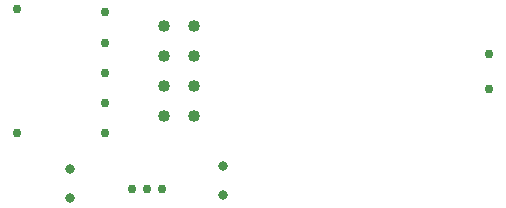
<source format=gbr>
%TF.GenerationSoftware,KiCad,Pcbnew,6.0.11-2627ca5db0~126~ubuntu20.04.1*%
%TF.CreationDate,2024-02-27T12:59:43-06:00*%
%TF.ProjectId,WaterFlowCounter,57617465-7246-46c6-9f77-436f756e7465,rev?*%
%TF.SameCoordinates,Original*%
%TF.FileFunction,Plated,1,2,PTH,Drill*%
%TF.FilePolarity,Positive*%
%FSLAX46Y46*%
G04 Gerber Fmt 4.6, Leading zero omitted, Abs format (unit mm)*
G04 Created by KiCad (PCBNEW 6.0.11-2627ca5db0~126~ubuntu20.04.1) date 2024-02-27 12:59:43*
%MOMM*%
%LPD*%
G01*
G04 APERTURE LIST*
%TA.AperFunction,ComponentDrill*%
%ADD10C,0.750000*%
%TD*%
%TA.AperFunction,ComponentDrill*%
%ADD11C,0.762000*%
%TD*%
%TA.AperFunction,ComponentDrill*%
%ADD12C,0.800000*%
%TD*%
%TA.AperFunction,ComponentDrill*%
%ADD13C,1.016000*%
%TD*%
G04 APERTURE END LIST*
D10*
%TO.C,U2*%
X140222400Y-122547600D03*
X141492400Y-122547600D03*
X142762400Y-122547600D03*
D11*
%TO.C,J1*%
X130472600Y-107261600D03*
X130472600Y-117761600D03*
X137919200Y-107522800D03*
X137944600Y-110113600D03*
X137944600Y-112681600D03*
X137944600Y-115193600D03*
X137972600Y-117761600D03*
%TO.C,J2*%
X170492400Y-111047600D03*
X170492400Y-114047600D03*
D12*
%TO.C,C1*%
X134992400Y-120797600D03*
X134992400Y-123297600D03*
%TO.C,C2*%
X147992400Y-120547600D03*
X147992400Y-123047600D03*
D13*
%TO.C,U1*%
X142951400Y-108737600D03*
X142951400Y-111277600D03*
X142951400Y-113817600D03*
X142951400Y-116357600D03*
X145491400Y-108737600D03*
X145491400Y-111277600D03*
X145491400Y-113817600D03*
X145491400Y-116357600D03*
M02*

</source>
